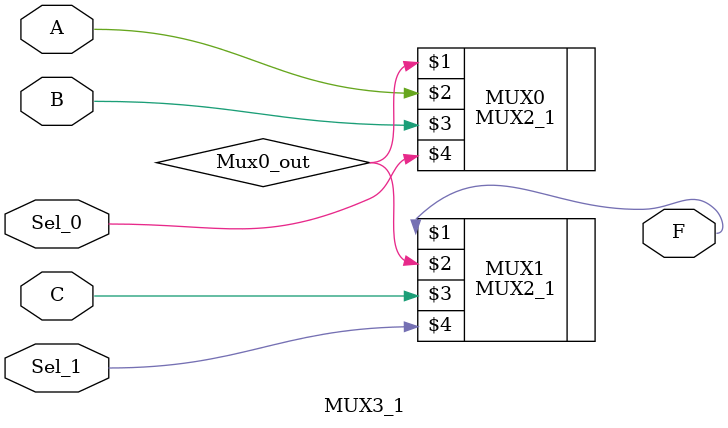
<source format=v>


module MUX3_1(F, A, B, C, Sel_0, Sel_1);
 
  input  A, B, C, Sel_0, Sel_1;
  output F;
  wire Mux0_out;

  MUX2_1 MUX0(Mux0_out, A, B, Sel_0);
  MUX2_1 MUX1(F, Mux0_out, C, Sel_1);
endmodule  

</source>
